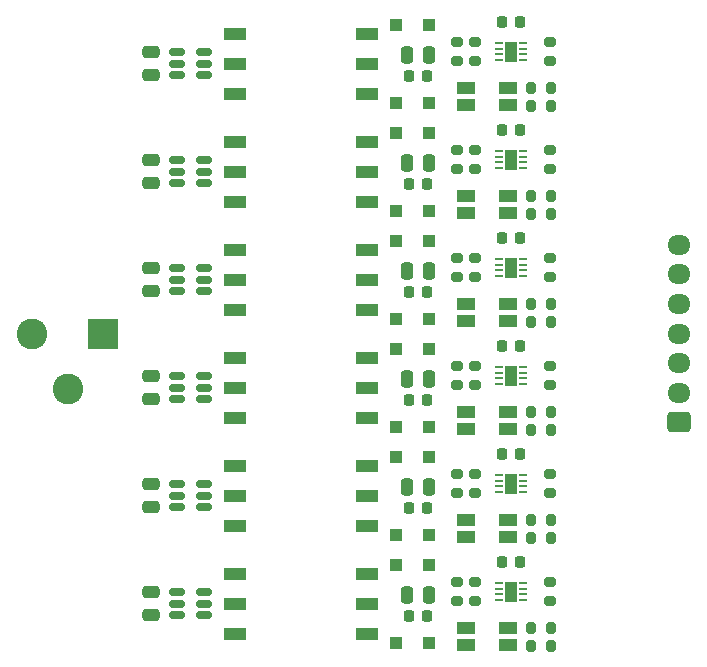
<source format=gts>
%TF.GenerationSoftware,KiCad,Pcbnew,7.0.11+dfsg-1build4*%
%TF.CreationDate,2024-07-23T19:21:25-07:00*%
%TF.ProjectId,6s_750mA,36735f37-3530-46d4-912e-6b696361645f,rev?*%
%TF.SameCoordinates,Original*%
%TF.FileFunction,Soldermask,Top*%
%TF.FilePolarity,Negative*%
%FSLAX46Y46*%
G04 Gerber Fmt 4.6, Leading zero omitted, Abs format (unit mm)*
G04 Created by KiCad (PCBNEW 7.0.11+dfsg-1build4) date 2024-07-23 19:21:25*
%MOMM*%
%LPD*%
G01*
G04 APERTURE LIST*
G04 Aperture macros list*
%AMRoundRect*
0 Rectangle with rounded corners*
0 $1 Rounding radius*
0 $2 $3 $4 $5 $6 $7 $8 $9 X,Y pos of 4 corners*
0 Add a 4 corners polygon primitive as box body*
4,1,4,$2,$3,$4,$5,$6,$7,$8,$9,$2,$3,0*
0 Add four circle primitives for the rounded corners*
1,1,$1+$1,$2,$3*
1,1,$1+$1,$4,$5*
1,1,$1+$1,$6,$7*
1,1,$1+$1,$8,$9*
0 Add four rect primitives between the rounded corners*
20,1,$1+$1,$2,$3,$4,$5,0*
20,1,$1+$1,$4,$5,$6,$7,0*
20,1,$1+$1,$6,$7,$8,$9,0*
20,1,$1+$1,$8,$9,$2,$3,0*%
G04 Aperture macros list end*
%ADD10RoundRect,0.200000X-0.275000X0.200000X-0.275000X-0.200000X0.275000X-0.200000X0.275000X0.200000X0*%
%ADD11RoundRect,0.150000X0.512500X0.150000X-0.512500X0.150000X-0.512500X-0.150000X0.512500X-0.150000X0*%
%ADD12R,0.711200X0.279400*%
%ADD13R,0.990600X1.701800*%
%ADD14RoundRect,0.200000X0.200000X0.275000X-0.200000X0.275000X-0.200000X-0.275000X0.200000X-0.275000X0*%
%ADD15R,1.500000X1.000000*%
%ADD16R,1.830000X1.090000*%
%ADD17RoundRect,0.054500X-0.860500X-0.490500X0.860500X-0.490500X0.860500X0.490500X-0.860500X0.490500X0*%
%ADD18RoundRect,0.250000X0.300000X0.300000X-0.300000X0.300000X-0.300000X-0.300000X0.300000X-0.300000X0*%
%ADD19RoundRect,0.250000X0.250000X0.475000X-0.250000X0.475000X-0.250000X-0.475000X0.250000X-0.475000X0*%
%ADD20RoundRect,0.250000X0.725000X-0.600000X0.725000X0.600000X-0.725000X0.600000X-0.725000X-0.600000X0*%
%ADD21O,1.950000X1.700000*%
%ADD22RoundRect,0.225000X0.225000X0.250000X-0.225000X0.250000X-0.225000X-0.250000X0.225000X-0.250000X0*%
%ADD23RoundRect,0.250000X0.475000X-0.250000X0.475000X0.250000X-0.475000X0.250000X-0.475000X-0.250000X0*%
%ADD24R,2.600000X2.600000*%
%ADD25C,2.600000*%
G04 APERTURE END LIST*
D10*
%TO.C,R3*%
X185420000Y-108395000D03*
X185420000Y-110045000D03*
%TD*%
D11*
%TO.C,U9*%
X156077500Y-74610000D03*
X156077500Y-73660000D03*
X156077500Y-72710000D03*
X153802500Y-72710000D03*
X153802500Y-73660000D03*
X153802500Y-74610000D03*
%TD*%
D12*
%TO.C,U12*%
X181114700Y-62749811D03*
X181114700Y-63249937D03*
X181114700Y-63750063D03*
X181114700Y-64250189D03*
X183121300Y-64250189D03*
X183121300Y-63750063D03*
X183121300Y-63249937D03*
X183121300Y-62749811D03*
D13*
X182118000Y-63500000D03*
%TD*%
D14*
%TO.C,R29*%
X185483000Y-66548000D03*
X183833000Y-66548000D03*
%TD*%
D15*
%TO.C,D9*%
X181836000Y-95442000D03*
X181836000Y-94042000D03*
X178336000Y-94042000D03*
X178336000Y-95442000D03*
%TD*%
D16*
%TO.C,TR5*%
X158718000Y-71120000D03*
D17*
X158718000Y-73660000D03*
X158718000Y-76200000D03*
X169958000Y-76200000D03*
X169958000Y-73660000D03*
X169958000Y-71120000D03*
%TD*%
D18*
%TO.C,D17*%
X175136000Y-61214000D03*
X172336000Y-61214000D03*
%TD*%
D19*
%TO.C,C6*%
X175194000Y-100330000D03*
X173294000Y-100330000D03*
%TD*%
D20*
%TO.C,J2*%
X196342000Y-94876000D03*
D21*
X196342000Y-92376000D03*
X196342000Y-89876000D03*
X196342000Y-87376000D03*
X196342000Y-84876000D03*
X196342000Y-82376000D03*
X196342000Y-79876000D03*
%TD*%
D16*
%TO.C,TR2*%
X158718000Y-98552000D03*
D17*
X158718000Y-101092000D03*
X158718000Y-103632000D03*
X169958000Y-103632000D03*
X169958000Y-101092000D03*
X169958000Y-98552000D03*
%TD*%
D11*
%TO.C,U7*%
X156077500Y-83754000D03*
X156077500Y-82804000D03*
X156077500Y-81854000D03*
X153802500Y-81854000D03*
X153802500Y-82804000D03*
X153802500Y-83754000D03*
%TD*%
D18*
%TO.C,D1*%
X175136000Y-113538000D03*
X172336000Y-113538000D03*
%TD*%
D19*
%TO.C,C2*%
X175194000Y-109474000D03*
X173294000Y-109474000D03*
%TD*%
D18*
%TO.C,D11*%
X175136000Y-79502000D03*
X172336000Y-79502000D03*
%TD*%
D10*
%TO.C,R7*%
X179070000Y-99251000D03*
X179070000Y-100901000D03*
%TD*%
D22*
%TO.C,C15*%
X175019000Y-83820000D03*
X173469000Y-83820000D03*
%TD*%
%TO.C,C4*%
X182893000Y-106680000D03*
X181343000Y-106680000D03*
%TD*%
D10*
%TO.C,R13*%
X185420000Y-90107000D03*
X185420000Y-91757000D03*
%TD*%
D12*
%TO.C,U8*%
X181114700Y-81037811D03*
X181114700Y-81537937D03*
X181114700Y-82038063D03*
X181114700Y-82538189D03*
X183121300Y-82538189D03*
X183121300Y-82038063D03*
X183121300Y-81537937D03*
X183121300Y-81037811D03*
D13*
X182118000Y-81788000D03*
%TD*%
D23*
%TO.C,C9*%
X151638000Y-92898000D03*
X151638000Y-90998000D03*
%TD*%
D16*
%TO.C,TR6*%
X158718000Y-61976000D03*
D17*
X158718000Y-64516000D03*
X158718000Y-67056000D03*
X169958000Y-67056000D03*
X169958000Y-64516000D03*
X169958000Y-61976000D03*
%TD*%
D22*
%TO.C,C12*%
X182893000Y-88392000D03*
X181343000Y-88392000D03*
%TD*%
D23*
%TO.C,C13*%
X151638000Y-83754000D03*
X151638000Y-81854000D03*
%TD*%
D14*
%TO.C,R25*%
X185483000Y-77216000D03*
X183833000Y-77216000D03*
%TD*%
D18*
%TO.C,D8*%
X175136000Y-88646000D03*
X172336000Y-88646000D03*
%TD*%
D15*
%TO.C,D12*%
X181836000Y-86298000D03*
X181836000Y-84898000D03*
X178336000Y-84898000D03*
X178336000Y-86298000D03*
%TD*%
D19*
%TO.C,C22*%
X175194000Y-63754000D03*
X173294000Y-63754000D03*
%TD*%
D15*
%TO.C,D6*%
X181836000Y-104586000D03*
X181836000Y-103186000D03*
X178336000Y-103186000D03*
X178336000Y-104586000D03*
%TD*%
D11*
%TO.C,U1*%
X156077500Y-111186000D03*
X156077500Y-110236000D03*
X156077500Y-109286000D03*
X153802500Y-109286000D03*
X153802500Y-110236000D03*
X153802500Y-111186000D03*
%TD*%
%TO.C,U11*%
X156077500Y-65466000D03*
X156077500Y-64516000D03*
X156077500Y-63566000D03*
X153802500Y-63566000D03*
X153802500Y-64516000D03*
X153802500Y-65466000D03*
%TD*%
D16*
%TO.C,TR3*%
X158718000Y-89408000D03*
D17*
X158718000Y-91948000D03*
X158718000Y-94488000D03*
X169958000Y-94488000D03*
X169958000Y-91948000D03*
X169958000Y-89408000D03*
%TD*%
D23*
%TO.C,C1*%
X151638000Y-111186000D03*
X151638000Y-109286000D03*
%TD*%
D14*
%TO.C,R9*%
X185483000Y-103124000D03*
X183833000Y-103124000D03*
%TD*%
D22*
%TO.C,C24*%
X182893000Y-60960000D03*
X181343000Y-60960000D03*
%TD*%
D18*
%TO.C,D14*%
X175136000Y-70358000D03*
X172336000Y-70358000D03*
%TD*%
D12*
%TO.C,U4*%
X181114700Y-99325811D03*
X181114700Y-99825937D03*
X181114700Y-100326063D03*
X181114700Y-100826189D03*
X183121300Y-100826189D03*
X183121300Y-100326063D03*
X183121300Y-99825937D03*
X183121300Y-99325811D03*
D13*
X182118000Y-100076000D03*
%TD*%
D19*
%TO.C,C14*%
X175194000Y-82042000D03*
X173294000Y-82042000D03*
%TD*%
D24*
%TO.C,J1*%
X147574000Y-87376000D03*
D25*
X141574000Y-87376000D03*
X144574000Y-92076000D03*
%TD*%
D10*
%TO.C,R8*%
X185420000Y-99251000D03*
X185420000Y-100901000D03*
%TD*%
D18*
%TO.C,D4*%
X175136000Y-104394000D03*
X172336000Y-104394000D03*
%TD*%
D10*
%TO.C,R16*%
X177546000Y-80963000D03*
X177546000Y-82613000D03*
%TD*%
D15*
%TO.C,D15*%
X181836000Y-77154000D03*
X181836000Y-75754000D03*
X178336000Y-75754000D03*
X178336000Y-77154000D03*
%TD*%
D10*
%TO.C,R12*%
X179070000Y-90107000D03*
X179070000Y-91757000D03*
%TD*%
%TO.C,R2*%
X179070000Y-108395000D03*
X179070000Y-110045000D03*
%TD*%
D18*
%TO.C,D2*%
X175136000Y-106934000D03*
X172336000Y-106934000D03*
%TD*%
D14*
%TO.C,R5*%
X185483000Y-113792000D03*
X183833000Y-113792000D03*
%TD*%
D23*
%TO.C,C17*%
X151638000Y-74610000D03*
X151638000Y-72710000D03*
%TD*%
D22*
%TO.C,C19*%
X175019000Y-74676000D03*
X173469000Y-74676000D03*
%TD*%
D11*
%TO.C,U5*%
X156077500Y-92898000D03*
X156077500Y-91948000D03*
X156077500Y-90998000D03*
X153802500Y-90998000D03*
X153802500Y-91948000D03*
X153802500Y-92898000D03*
%TD*%
D10*
%TO.C,R21*%
X177546000Y-71819000D03*
X177546000Y-73469000D03*
%TD*%
D14*
%TO.C,R4*%
X185483000Y-112268000D03*
X183833000Y-112268000D03*
%TD*%
D18*
%TO.C,D10*%
X175136000Y-86106000D03*
X172336000Y-86106000D03*
%TD*%
D10*
%TO.C,R1*%
X177546000Y-108395000D03*
X177546000Y-110045000D03*
%TD*%
D14*
%TO.C,R24*%
X185483000Y-75692000D03*
X183833000Y-75692000D03*
%TD*%
D10*
%TO.C,R18*%
X185420000Y-80963000D03*
X185420000Y-82613000D03*
%TD*%
D23*
%TO.C,C21*%
X151638000Y-65466000D03*
X151638000Y-63566000D03*
%TD*%
D14*
%TO.C,R10*%
X185483000Y-104648000D03*
X183833000Y-104648000D03*
%TD*%
D22*
%TO.C,C23*%
X175019000Y-65532000D03*
X173469000Y-65532000D03*
%TD*%
D12*
%TO.C,U10*%
X181114700Y-71893811D03*
X181114700Y-72393937D03*
X181114700Y-72894063D03*
X181114700Y-73394189D03*
X183121300Y-73394189D03*
X183121300Y-72894063D03*
X183121300Y-72393937D03*
X183121300Y-71893811D03*
D13*
X182118000Y-72644000D03*
%TD*%
D14*
%TO.C,R15*%
X185483000Y-95504000D03*
X183833000Y-95504000D03*
%TD*%
D22*
%TO.C,C7*%
X175019000Y-102108000D03*
X173469000Y-102108000D03*
%TD*%
%TO.C,C8*%
X182893000Y-97536000D03*
X181343000Y-97536000D03*
%TD*%
D11*
%TO.C,U3*%
X156077500Y-102042000D03*
X156077500Y-101092000D03*
X156077500Y-100142000D03*
X153802500Y-100142000D03*
X153802500Y-101092000D03*
X153802500Y-102042000D03*
%TD*%
D18*
%TO.C,D13*%
X175136000Y-76962000D03*
X172336000Y-76962000D03*
%TD*%
D22*
%TO.C,C11*%
X175019000Y-92964000D03*
X173469000Y-92964000D03*
%TD*%
D10*
%TO.C,R28*%
X185420000Y-62675000D03*
X185420000Y-64325000D03*
%TD*%
D22*
%TO.C,C3*%
X175019000Y-111252000D03*
X173469000Y-111252000D03*
%TD*%
%TO.C,C16*%
X182893000Y-79248000D03*
X181343000Y-79248000D03*
%TD*%
D10*
%TO.C,R26*%
X177546000Y-62675000D03*
X177546000Y-64325000D03*
%TD*%
%TO.C,R22*%
X179070000Y-71819000D03*
X179070000Y-73469000D03*
%TD*%
%TO.C,R17*%
X179070000Y-80963000D03*
X179070000Y-82613000D03*
%TD*%
D19*
%TO.C,C18*%
X175194000Y-72898000D03*
X173294000Y-72898000D03*
%TD*%
D14*
%TO.C,R30*%
X185483000Y-68072000D03*
X183833000Y-68072000D03*
%TD*%
D10*
%TO.C,R23*%
X185420000Y-71819000D03*
X185420000Y-73469000D03*
%TD*%
D15*
%TO.C,D18*%
X181836000Y-68010000D03*
X181836000Y-66610000D03*
X178336000Y-66610000D03*
X178336000Y-68010000D03*
%TD*%
D18*
%TO.C,D7*%
X175136000Y-95250000D03*
X172336000Y-95250000D03*
%TD*%
D23*
%TO.C,C5*%
X151638000Y-102042000D03*
X151638000Y-100142000D03*
%TD*%
D14*
%TO.C,R14*%
X185483000Y-93980000D03*
X183833000Y-93980000D03*
%TD*%
D16*
%TO.C,TR4*%
X158718000Y-80264000D03*
D17*
X158718000Y-82804000D03*
X158718000Y-85344000D03*
X169958000Y-85344000D03*
X169958000Y-82804000D03*
X169958000Y-80264000D03*
%TD*%
D18*
%TO.C,D16*%
X175136000Y-67818000D03*
X172336000Y-67818000D03*
%TD*%
D19*
%TO.C,C10*%
X175194000Y-91186000D03*
X173294000Y-91186000D03*
%TD*%
D18*
%TO.C,D5*%
X175136000Y-97790000D03*
X172336000Y-97790000D03*
%TD*%
D14*
%TO.C,R20*%
X185483000Y-86360000D03*
X183833000Y-86360000D03*
%TD*%
D12*
%TO.C,U6*%
X181114700Y-90181811D03*
X181114700Y-90681937D03*
X181114700Y-91182063D03*
X181114700Y-91682189D03*
X183121300Y-91682189D03*
X183121300Y-91182063D03*
X183121300Y-90681937D03*
X183121300Y-90181811D03*
D13*
X182118000Y-90932000D03*
%TD*%
D15*
%TO.C,D3*%
X181836000Y-113730000D03*
X181836000Y-112330000D03*
X178336000Y-112330000D03*
X178336000Y-113730000D03*
%TD*%
D16*
%TO.C,TR1*%
X158718000Y-107696000D03*
D17*
X158718000Y-110236000D03*
X158718000Y-112776000D03*
X169958000Y-112776000D03*
X169958000Y-110236000D03*
X169958000Y-107696000D03*
%TD*%
D12*
%TO.C,U2*%
X181114700Y-108469811D03*
X181114700Y-108969937D03*
X181114700Y-109470063D03*
X181114700Y-109970189D03*
X183121300Y-109970189D03*
X183121300Y-109470063D03*
X183121300Y-108969937D03*
X183121300Y-108469811D03*
D13*
X182118000Y-109220000D03*
%TD*%
D10*
%TO.C,R27*%
X179070000Y-62675000D03*
X179070000Y-64325000D03*
%TD*%
%TO.C,R11*%
X177546000Y-90107000D03*
X177546000Y-91757000D03*
%TD*%
D22*
%TO.C,C20*%
X182893000Y-70104000D03*
X181343000Y-70104000D03*
%TD*%
D14*
%TO.C,R19*%
X185483000Y-84836000D03*
X183833000Y-84836000D03*
%TD*%
D10*
%TO.C,R6*%
X177546000Y-99251000D03*
X177546000Y-100901000D03*
%TD*%
M02*

</source>
